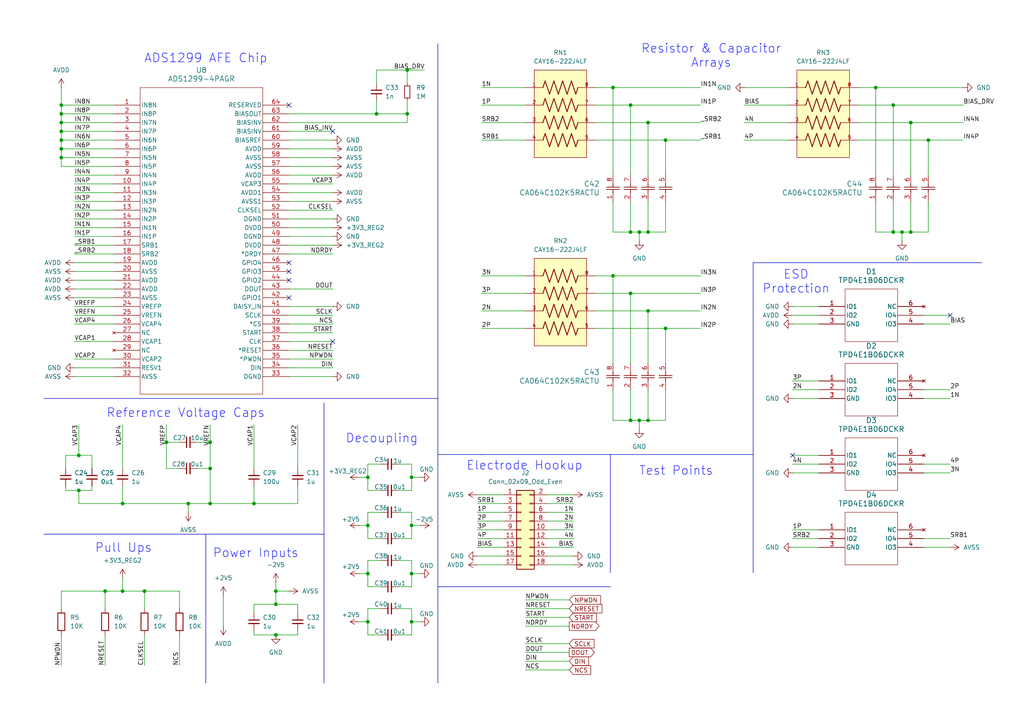
<source format=kicad_sch>
(kicad_sch (version 20250114) (generator "eeschema") (generator_version "9.0")
  (paper "A4")
  (text "Pull Ups" (at 35.814 159.004 0) (effects (font (size 2.54 2.54))))
  (text "Decoupling" (at 110.744 127.254 0) (effects (font (size 2.54 2.54))))
  (text "Reference Voltage Caps" (at 53.848 119.888 0) (effects (font (size 2.54 2.54))))
  (text "Electrode Hookup" (at 152.146 135.128 0) (effects (font (size 2.54 2.54))))
  (text "Resistor & Capacitor\nArrays" (at 206.248 16.256 0) (effects (font (size 2.54 2.54))))
  (text "Test Points" (at 196.088 136.652 0) (effects (font (size 2.54 2.54))))
  (text "ESD\nProtection" (at 230.886 81.788 0) (effects (font (size 2.54 2.54))))
  (text "ADS1299 AFE Chip" (at 59.69 17.018 0) (effects (font (size 2.54 2.54))))
  (text "Power Inputs" (at 74.168 160.528 0) (effects (font (size 2.54 2.54))))
  (junction (at 80.01 184.15))
  (junction (at 106.68 166.37))
  (junction (at 54.61 146.05))
  (junction (at 48.26 128.27))
  (junction (at 17.78 33.02))
  (junction (at 41.91 171.45))
  (junction (at 17.78 45.72))
  (junction (at 264.16 67.31))
  (junction (at 177.8 25.4))
  (junction (at 73.66 146.05))
  (junction (at 118.11 20.32))
  (junction (at 185.42 67.31))
  (junction (at 22.86 142.24))
  (junction (at 182.88 121.92))
  (junction (at 60.96 146.05))
  (junction (at 60.96 128.27))
  (junction (at 119.38 152.4))
  (junction (at 17.78 40.64))
  (junction (at 182.88 85.09))
  (junction (at 187.96 35.56))
  (junction (at 187.96 67.31))
  (junction (at 35.56 146.05))
  (junction (at 185.42 121.92))
  (junction (at 17.78 38.1))
  (junction (at 80.01 171.45))
  (junction (at 182.88 30.48))
  (junction (at 22.86 132.08))
  (junction (at 17.78 35.56))
  (junction (at 17.78 43.18))
  (junction (at 17.78 30.48))
  (junction (at 109.22 33.02))
  (junction (at 119.38 166.37))
  (junction (at 106.68 152.4))
  (junction (at 187.96 121.92))
  (junction (at 254 25.4))
  (junction (at 119.38 180.34))
  (junction (at 259.08 67.31))
  (junction (at 106.68 180.34))
  (junction (at 193.04 95.25))
  (junction (at 264.16 35.56))
  (junction (at 177.8 80.01))
  (junction (at 182.88 67.31))
  (junction (at 259.08 30.48))
  (junction (at 118.11 33.02))
  (junction (at 119.38 138.43))
  (junction (at 193.04 40.64))
  (junction (at 60.96 135.89))
  (junction (at 261.62 67.31))
  (junction (at 187.96 90.17))
  (junction (at 106.68 138.43))
  (junction (at 80.01 175.26))
  (junction (at 30.48 171.45))
  (junction (at 269.24 40.64))
  (junction (at 35.56 171.45))
  (no_connect (at 83.82 81.28))
  (no_connect (at 229.87 132.08))
  (no_connect (at 83.82 86.36))
  (no_connect (at 83.82 78.74))
  (no_connect (at 275.59 91.44))
  (no_connect (at 83.82 76.2))
  (no_connect (at 83.82 30.48))
  (no_connect (at 96.52 99.06))
  (no_connect (at 96.52 38.1))
  (wire (pts (xy 52.07 176.53) (xy 52.07 171.45)))
  (wire (pts (xy 267.97 115.57) (xy 275.59 115.57)))
  (wire (pts (xy 267.97 156.21) (xy 275.59 156.21)))
  (wire (pts (xy 86.36 184.15) (xy 86.36 182.88)))
  (wire (pts (xy 26.67 142.24) (xy 26.67 140.97)))
  (wire (pts (xy 267.97 91.44) (xy 275.59 91.44)))
  (wire (pts (xy 106.68 134.62) (xy 110.49 134.62)))
  (wire (pts (xy 21.59 66.04) (xy 33.02 66.04)))
  (wire (pts (xy 158.75 163.83) (xy 166.37 163.83)))
  (wire (pts (xy 83.82 104.14) (xy 96.52 104.14)))
  (wire (pts (xy 104.14 166.37) (xy 106.68 166.37)))
  (wire (pts (xy 83.82 101.6) (xy 96.52 101.6)))
  (wire (pts (xy 17.78 40.64) (xy 33.02 40.64)))
  (wire (pts (xy 17.78 30.48) (xy 33.02 30.48)))
  (wire (pts (xy 30.48 184.15) (xy 30.48 193.04)))
  (wire (pts (xy 158.75 143.51) (xy 166.37 143.51)))
  (wire (pts (xy 80.01 168.91) (xy 80.01 171.45)))
  (wire (pts (xy 48.26 123.19) (xy 48.26 128.27)))
  (wire (pts (xy 187.96 121.92) (xy 185.42 121.92)))
  (polyline (pts (xy 93.98 116.84) (xy 93.98 154.94)))
  (wire (pts (xy 229.87 153.67) (xy 237.49 153.67)))
  (wire (pts (xy 48.26 128.27) (xy 52.07 128.27)))
  (wire (pts (xy 21.59 58.42) (xy 33.02 58.42)))
  (wire (pts (xy 21.59 50.8) (xy 33.02 50.8)))
  (polyline (pts (xy 177.038 131.826) (xy 177.038 166.116)))
  (wire (pts (xy 83.82 60.96) (xy 96.52 60.96)))
  (polyline (pts (xy 127 12.7) (xy 127 115.57)))
  (wire (pts (xy 139.7 35.56) (xy 152.4 35.56)))
  (wire (pts (xy 158.75 153.67) (xy 166.37 153.67)))
  (wire (pts (xy 138.43 163.83) (xy 146.05 163.83)))
  (wire (pts (xy 118.11 20.32) (xy 118.11 24.13)))
  (wire (pts (xy 187.96 67.31) (xy 185.42 67.31)))
  (wire (pts (xy 83.82 99.06) (xy 96.52 99.06)))
  (wire (pts (xy 119.38 166.37) (xy 119.38 170.18)))
  (wire (pts (xy 267.97 158.75) (xy 275.59 158.75)))
  (wire (pts (xy 269.24 40.64) (xy 269.24 50.8)))
  (wire (pts (xy 83.82 88.9) (xy 96.52 88.9)))
  (wire (pts (xy 35.56 140.97) (xy 35.56 146.05)))
  (wire (pts (xy 119.38 138.43) (xy 119.38 142.24)))
  (wire (pts (xy 254 25.4) (xy 279.4 25.4)))
  (wire (pts (xy 187.96 35.56) (xy 203.2 35.56)))
  (wire (pts (xy 22.86 142.24) (xy 22.86 146.05)))
  (wire (pts (xy 229.87 93.98) (xy 237.49 93.98)))
  (wire (pts (xy 83.82 55.88) (xy 96.52 55.88)))
  (wire (pts (xy 248.92 40.64) (xy 269.24 40.64)))
  (wire (pts (xy 172.72 40.64) (xy 193.04 40.64)))
  (wire (pts (xy 17.78 38.1) (xy 17.78 40.64)))
  (wire (pts (xy 193.04 67.31) (xy 187.96 67.31)))
  (wire (pts (xy 106.68 152.4) (xy 106.68 148.59)))
  (wire (pts (xy 229.87 115.57) (xy 237.49 115.57)))
  (wire (pts (xy 185.42 121.92) (xy 182.88 121.92)))
  (wire (pts (xy 22.86 142.24) (xy 26.67 142.24)))
  (polyline (pts (xy 218.44 166.116) (xy 218.44 76.2)))
  (wire (pts (xy 182.88 121.92) (xy 177.8 121.92)))
  (wire (pts (xy 73.66 175.26) (xy 73.66 177.8)))
  (wire (pts (xy 21.59 71.12) (xy 33.02 71.12)))
  (wire (pts (xy 172.72 35.56) (xy 187.96 35.56)))
  (wire (pts (xy 110.49 156.21) (xy 106.68 156.21)))
  (wire (pts (xy 35.56 146.05) (xy 54.61 146.05)))
  (wire (pts (xy 139.7 85.09) (xy 152.4 85.09)))
  (wire (pts (xy 83.82 53.34) (xy 96.52 53.34)))
  (wire (pts (xy 248.92 30.48) (xy 259.08 30.48)))
  (wire (pts (xy 83.82 66.04) (xy 96.52 66.04)))
  (wire (pts (xy 80.01 184.15) (xy 86.36 184.15)))
  (wire (pts (xy 83.82 43.18) (xy 96.52 43.18)))
  (wire (pts (xy 264.16 67.31) (xy 261.62 67.31)))
  (wire (pts (xy 83.82 83.82) (xy 96.52 83.82)))
  (wire (pts (xy 109.22 20.32) (xy 118.11 20.32)))
  (wire (pts (xy 185.42 67.31) (xy 182.88 67.31)))
  (wire (pts (xy 267.97 93.98) (xy 275.59 93.98)))
  (wire (pts (xy 177.8 67.31) (xy 177.8 58.42)))
  (wire (pts (xy 60.96 146.05) (xy 73.66 146.05)))
  (wire (pts (xy 264.16 35.56) (xy 264.16 50.8)))
  (wire (pts (xy 138.43 161.29) (xy 146.05 161.29)))
  (wire (pts (xy 83.82 91.44) (xy 96.52 91.44)))
  (wire (pts (xy 152.4 173.99) (xy 165.1 173.99)))
  (wire (pts (xy 83.82 58.42) (xy 96.52 58.42)))
  (wire (pts (xy 41.91 184.15) (xy 41.91 193.04)))
  (wire (pts (xy 138.43 153.67) (xy 146.05 153.67)))
  (wire (pts (xy 215.9 40.64) (xy 228.6 40.64)))
  (wire (pts (xy 21.59 91.44) (xy 33.02 91.44)))
  (wire (pts (xy 138.43 151.13) (xy 146.05 151.13)))
  (wire (pts (xy 73.66 123.19) (xy 73.66 135.89)))
  (wire (pts (xy 17.78 43.18) (xy 33.02 43.18)))
  (wire (pts (xy 83.82 50.8) (xy 96.52 50.8)))
  (polyline (pts (xy 12.7 115.57) (xy 127 115.57)))
  (wire (pts (xy 86.36 123.19) (xy 86.36 135.89)))
  (wire (pts (xy 138.43 158.75) (xy 146.05 158.75)))
  (wire (pts (xy 158.75 158.75) (xy 166.37 158.75)))
  (polyline (pts (xy 127 170.18) (xy 177.038 170.18)))
  (wire (pts (xy 152.4 191.77) (xy 165.1 191.77)))
  (wire (pts (xy 177.8 80.01) (xy 203.2 80.01)))
  (wire (pts (xy 182.88 113.03) (xy 182.88 121.92)))
  (wire (pts (xy 119.38 166.37) (xy 121.92 166.37)))
  (wire (pts (xy 182.88 85.09) (xy 182.88 105.41)))
  (wire (pts (xy 158.75 151.13) (xy 166.37 151.13)))
  (wire (pts (xy 215.9 25.4) (xy 228.6 25.4)))
  (polyline (pts (xy 93.98 154.94) (xy 12.7 154.94)))
  (wire (pts (xy 185.42 121.92) (xy 185.42 124.46)))
  (wire (pts (xy 269.24 40.64) (xy 279.4 40.64)))
  (wire (pts (xy 17.78 176.53) (xy 17.78 171.45)))
  (wire (pts (xy 187.96 113.03) (xy 187.96 121.92)))
  (wire (pts (xy 104.14 180.34) (xy 106.68 180.34)))
  (wire (pts (xy 21.59 73.66) (xy 33.02 73.66)))
  (wire (pts (xy 86.36 175.26) (xy 86.36 177.8)))
  (wire (pts (xy 193.04 95.25) (xy 203.2 95.25)))
  (wire (pts (xy 269.24 58.42) (xy 269.24 67.31)))
  (wire (pts (xy 19.05 142.24) (xy 22.86 142.24)))
  (wire (pts (xy 138.43 156.21) (xy 146.05 156.21)))
  (wire (pts (xy 229.87 110.49) (xy 237.49 110.49)))
  (wire (pts (xy 17.78 48.26) (xy 33.02 48.26)))
  (wire (pts (xy 119.38 180.34) (xy 119.38 184.15)))
  (wire (pts (xy 35.56 171.45) (xy 35.56 167.64)))
  (wire (pts (xy 115.57 170.18) (xy 119.38 170.18)))
  (wire (pts (xy 115.57 134.62) (xy 119.38 134.62)))
  (wire (pts (xy 119.38 152.4) (xy 121.92 152.4)))
  (polyline (pts (xy 218.44 131.826) (xy 139.7 131.826)))
  (wire (pts (xy 86.36 146.05) (xy 73.66 146.05)))
  (wire (pts (xy 115.57 176.53) (xy 119.38 176.53)))
  (wire (pts (xy 17.78 30.48) (xy 17.78 33.02)))
  (wire (pts (xy 22.86 123.19) (xy 22.86 132.08)))
  (wire (pts (xy 139.7 80.01) (xy 152.4 80.01)))
  (wire (pts (xy 106.68 148.59) (xy 110.49 148.59)))
  (wire (pts (xy 115.57 142.24) (xy 119.38 142.24)))
  (wire (pts (xy 106.68 176.53) (xy 110.49 176.53)))
  (wire (pts (xy 152.4 189.23) (xy 165.1 189.23)))
  (wire (pts (xy 229.87 137.16) (xy 237.49 137.16)))
  (wire (pts (xy 193.04 121.92) (xy 187.96 121.92)))
  (wire (pts (xy 109.22 29.21) (xy 109.22 33.02)))
  (wire (pts (xy 259.08 58.42) (xy 259.08 67.31)))
  (wire (pts (xy 152.4 181.61) (xy 165.1 181.61)))
  (wire (pts (xy 106.68 180.34) (xy 106.68 176.53)))
  (wire (pts (xy 267.97 137.16) (xy 275.59 137.16)))
  (wire (pts (xy 269.24 67.31) (xy 264.16 67.31)))
  (wire (pts (xy 22.86 146.05) (xy 35.56 146.05)))
  (wire (pts (xy 64.77 172.72) (xy 64.77 181.61)))
  (wire (pts (xy 119.38 138.43) (xy 121.92 138.43)))
  (polyline (pts (xy 127 115.57) (xy 127 198.12)))
  (wire (pts (xy 83.82 73.66) (xy 96.52 73.66)))
  (wire (pts (xy 17.78 33.02) (xy 17.78 35.56)))
  (wire (pts (xy 152.4 176.53) (xy 165.1 176.53)))
  (wire (pts (xy 110.49 184.15) (xy 106.68 184.15)))
  (wire (pts (xy 229.87 113.03) (xy 237.49 113.03)))
  (wire (pts (xy 229.87 132.08) (xy 237.49 132.08)))
  (wire (pts (xy 229.87 88.9) (xy 237.49 88.9)))
  (wire (pts (xy 60.96 135.89) (xy 60.96 128.27)))
  (polyline (pts (xy 218.44 76.2) (xy 284.734 76.2)))
  (polyline (pts (xy 93.98 198.12) (xy 93.98 154.94)))
  (polyline (pts (xy 59.69 154.94) (xy 59.69 198.12)))
  (wire (pts (xy 152.4 186.69) (xy 165.1 186.69)))
  (wire (pts (xy 48.26 128.27) (xy 48.26 135.89)))
  (wire (pts (xy 83.82 106.68) (xy 96.52 106.68)))
  (wire (pts (xy 193.04 95.25) (xy 193.04 105.41)))
  (wire (pts (xy 106.68 142.24) (xy 106.68 138.43)))
  (wire (pts (xy 182.88 30.48) (xy 182.88 50.8)))
  (wire (pts (xy 17.78 43.18) (xy 17.78 45.72)))
  (wire (pts (xy 118.11 35.56) (xy 118.11 33.02)))
  (wire (pts (xy 21.59 78.74) (xy 33.02 78.74)))
  (wire (pts (xy 193.04 40.64) (xy 193.04 50.8)))
  (wire (pts (xy 83.82 68.58) (xy 96.52 68.58)))
  (wire (pts (xy 21.59 76.2) (xy 33.02 76.2)))
  (wire (pts (xy 229.87 156.21) (xy 237.49 156.21)))
  (wire (pts (xy 83.82 48.26) (xy 96.52 48.26)))
  (wire (pts (xy 110.49 170.18) (xy 106.68 170.18)))
  (wire (pts (xy 264.16 58.42) (xy 264.16 67.31)))
  (wire (pts (xy 17.78 35.56) (xy 33.02 35.56)))
  (wire (pts (xy 21.59 86.36) (xy 33.02 86.36)))
  (wire (pts (xy 17.78 45.72) (xy 33.02 45.72)))
  (wire (pts (xy 73.66 146.05) (xy 73.66 140.97)))
  (wire (pts (xy 21.59 81.28) (xy 33.02 81.28)))
  (wire (pts (xy 182.88 30.48) (xy 203.2 30.48)))
  (wire (pts (xy 21.59 99.06) (xy 33.02 99.06)))
  (wire (pts (xy 106.68 138.43) (xy 106.68 134.62)))
  (wire (pts (xy 264.16 35.56) (xy 279.4 35.56)))
  (wire (pts (xy 21.59 104.14) (xy 33.02 104.14)))
  (wire (pts (xy 152.4 194.31) (xy 165.1 194.31)))
  (wire (pts (xy 172.72 85.09) (xy 182.88 85.09)))
  (wire (pts (xy 83.82 33.02) (xy 109.22 33.02)))
  (wire (pts (xy 106.68 162.56) (xy 110.49 162.56)))
  (wire (pts (xy 139.7 30.48) (xy 152.4 30.48)))
  (wire (pts (xy 259.08 30.48) (xy 279.4 30.48)))
  (wire (pts (xy 115.57 156.21) (xy 119.38 156.21)))
  (wire (pts (xy 158.75 156.21) (xy 166.37 156.21)))
  (wire (pts (xy 254 25.4) (xy 254 50.8)))
  (wire (pts (xy 261.62 67.31) (xy 261.62 69.85)))
  (wire (pts (xy 21.59 88.9) (xy 33.02 88.9)))
  (wire (pts (xy 21.59 63.5) (xy 33.02 63.5)))
  (wire (pts (xy 248.92 25.4) (xy 254 25.4)))
  (wire (pts (xy 229.87 91.44) (xy 237.49 91.44)))
  (wire (pts (xy 35.56 171.45) (xy 41.91 171.45)))
  (wire (pts (xy 17.78 184.15) (xy 17.78 193.04)))
  (wire (pts (xy 21.59 106.68) (xy 33.02 106.68)))
  (wire (pts (xy 259.08 67.31) (xy 254 67.31)))
  (wire (pts (xy 73.66 175.26) (xy 80.01 175.26)))
  (wire (pts (xy 138.43 143.51) (xy 146.05 143.51)))
  (wire (pts (xy 21.59 68.58) (xy 33.02 68.58)))
  (wire (pts (xy 80.01 171.45) (xy 80.01 175.26)))
  (wire (pts (xy 119.38 180.34) (xy 121.92 180.34)))
  (wire (pts (xy 193.04 40.64) (xy 203.2 40.64)))
  (wire (pts (xy 158.75 161.29) (xy 166.37 161.29)))
  (wire (pts (xy 248.92 35.56) (xy 264.16 35.56)))
  (wire (pts (xy 185.42 67.31) (xy 185.42 69.85)))
  (wire (pts (xy 109.22 24.13) (xy 109.22 20.32)))
  (wire (pts (xy 41.91 171.45) (xy 52.07 171.45)))
  (wire (pts (xy 86.36 175.26) (xy 80.01 175.26)))
  (wire (pts (xy 54.61 146.05) (xy 60.96 146.05)))
  (wire (pts (xy 106.68 166.37) (xy 106.68 162.56)))
  (wire (pts (xy 17.78 38.1) (xy 33.02 38.1)))
  (wire (pts (xy 60.96 135.89) (xy 60.96 146.05)))
  (wire (pts (xy 177.8 80.01) (xy 177.8 105.41)))
  (wire (pts (xy 21.59 55.88) (xy 33.02 55.88)))
  (wire (pts (xy 73.66 182.88) (xy 73.66 184.15)))
  (polyline (pts (xy 127 131.826) (xy 139.7 131.826)))
  (wire (pts (xy 229.87 158.75) (xy 237.49 158.75)))
  (wire (pts (xy 187.96 58.42) (xy 187.96 67.31)))
  (wire (pts (xy 172.72 90.17) (xy 187.96 90.17)))
  (wire (pts (xy 187.96 90.17) (xy 187.96 105.41)))
  (wire (pts (xy 17.78 33.02) (xy 33.02 33.02)))
  (wire (pts (xy 172.72 95.25) (xy 193.04 95.25)))
  (wire (pts (xy 83.82 96.52) (xy 96.52 96.52)))
  (wire (pts (xy 83.82 93.98) (xy 96.52 93.98)))
  (wire (pts (xy 17.78 35.56) (xy 17.78 38.1)))
  (wire (pts (xy 267.97 113.03) (xy 275.59 113.03)))
  (wire (pts (xy 106.68 184.15) (xy 106.68 180.34)))
  (wire (pts (xy 119.38 176.53) (xy 119.38 180.34)))
  (wire (pts (xy 115.57 162.56) (xy 119.38 162.56)))
  (wire (pts (xy 177.8 25.4) (xy 203.2 25.4)))
  (wire (pts (xy 139.7 25.4) (xy 152.4 25.4)))
  (wire (pts (xy 187.96 35.56) (xy 187.96 50.8)))
  (wire (pts (xy 172.72 80.01) (xy 177.8 80.01)))
  (wire (pts (xy 193.04 58.42) (xy 193.04 67.31)))
  (wire (pts (xy 139.7 95.25) (xy 152.4 95.25)))
  (wire (pts (xy 19.05 140.97) (xy 19.05 142.24)))
  (wire (pts (xy 21.59 53.34) (xy 33.02 53.34)))
  (wire (pts (xy 19.05 132.08) (xy 19.05 135.89)))
  (wire (pts (xy 193.04 113.03) (xy 193.04 121.92)))
  (wire (pts (xy 106.68 156.21) (xy 106.68 152.4)))
  (wire (pts (xy 119.38 134.62) (xy 119.38 138.43)))
  (wire (pts (xy 182.88 58.42) (xy 182.88 67.31)))
  (wire (pts (xy 83.82 109.22) (xy 96.52 109.22)))
  (wire (pts (xy 119.38 148.59) (xy 119.38 152.4)))
  (wire (pts (xy 83.82 45.72) (xy 96.52 45.72)))
  (wire (pts (xy 138.43 148.59) (xy 146.05 148.59)))
  (wire (pts (xy 172.72 30.48) (xy 182.88 30.48)))
  (wire (pts (xy 110.49 142.24) (xy 106.68 142.24)))
  (wire (pts (xy 215.9 35.56) (xy 228.6 35.56)))
  (wire (pts (xy 83.82 71.12) (xy 96.52 71.12)))
  (wire (pts (xy 215.9 30.48) (xy 228.6 30.48)))
  (wire (pts (xy 21.59 109.22) (xy 33.02 109.22)))
  (wire (pts (xy 106.68 170.18) (xy 106.68 166.37)))
  (wire (pts (xy 177.8 25.4) (xy 177.8 50.8)))
  (wire (pts (xy 48.26 135.89) (xy 52.07 135.89)))
  (wire (pts (xy 259.08 30.48) (xy 259.08 50.8)))
  (wire (pts (xy 172.72 25.4) (xy 177.8 25.4)))
  (wire (pts (xy 118.11 20.32) (xy 123.19 20.32)))
  (wire (pts (xy 115.57 148.59) (xy 119.38 148.59)))
  (polyline (pts (xy 139.7 131.826) (xy 139.7 131.826)))
  (wire (pts (xy 26.67 135.89) (xy 26.67 132.08)))
  (wire (pts (xy 158.75 148.59) (xy 166.37 148.59)))
  (wire (pts (xy 54.61 146.05) (xy 54.61 148.59)))
  (wire (pts (xy 177.8 121.92) (xy 177.8 113.03)))
  (wire (pts (xy 152.4 179.07) (xy 165.1 179.07)))
  (wire (pts (xy 86.36 140.97) (xy 86.36 146.05)))
  (wire (pts (xy 80.01 171.45) (xy 83.82 171.45)))
  (wire (pts (xy 17.78 171.45) (xy 30.48 171.45)))
  (wire (pts (xy 73.66 184.15) (xy 80.01 184.15)))
  (wire (pts (xy 83.82 40.64) (xy 96.52 40.64)))
  (wire (pts (xy 60.96 128.27) (xy 60.96 123.19)))
  (polyline (pts (xy 93.98 154.94) (xy 93.98 154.94)))
  (wire (pts (xy 118.11 33.02) (xy 118.11 29.21)))
  (wire (pts (xy 57.15 135.89) (xy 60.96 135.89)))
  (wire (pts (xy 138.43 146.05) (xy 146.05 146.05)))
  (wire (pts (xy 182.88 67.31) (xy 177.8 67.31)))
  (wire (pts (xy 35.56 171.45) (xy 30.48 171.45)))
  (wire (pts (xy 21.59 60.96) (xy 33.02 60.96)))
  (wire (pts (xy 158.75 146.05) (xy 166.37 146.05)))
  (wire (pts (xy 17.78 25.4) (xy 17.78 30.48)))
  (wire (pts (xy 109.22 33.02) (xy 118.11 33.02)))
  (wire (pts (xy 83.82 38.1) (xy 96.52 38.1)))
  (wire (pts (xy 139.7 40.64) (xy 152.4 40.64)))
  (wire (pts (xy 26.67 132.08) (xy 22.86 132.08)))
  (wire (pts (xy 182.88 85.09) (xy 203.2 85.09)))
  (wire (pts (xy 83.82 35.56) (xy 118.11 35.56)))
  (wire (pts (xy 57.15 128.27) (xy 60.96 128.27)))
  (wire (pts (xy 21.59 93.98) (xy 33.02 93.98)))
  (wire (pts (xy 41.91 176.53) (xy 41.91 171.45)))
  (wire (pts (xy 119.38 162.56) (xy 119.38 166.37)))
  (wire (pts (xy 261.62 67.31) (xy 259.08 67.31)))
  (wire (pts (xy 17.78 45.72) (xy 17.78 48.26)))
  (wire (pts (xy 229.87 134.62) (xy 237.49 134.62)))
  (wire (pts (xy 115.57 184.15) (xy 119.38 184.15)))
  (wire (pts (xy 267.97 134.62) (xy 275.59 134.62)))
  (wire (pts (xy 104.14 138.43) (xy 106.68 138.43)))
  (wire (pts (xy 35.56 123.19) (xy 35.56 135.89)))
  (wire (pts (xy 139.7 90.17) (xy 152.4 90.17)))
  (wire (pts (xy 254 67.31) (xy 254 58.42)))
  (wire (pts (xy 104.14 152.4) (xy 106.68 152.4)))
  (wire (pts (xy 21.59 83.82) (xy 33.02 83.82)))
  (wire (pts (xy 119.38 152.4) (xy 119.38 156.21)))
  (wire (pts (xy 22.86 132.08) (xy 19.05 132.08)))
  (wire (pts (xy 17.78 40.64) (xy 17.78 43.18)))
  (wire (pts (xy 30.48 171.45) (xy 30.48 176.53)))
  (wire (pts (xy 83.82 63.5) (xy 96.52 63.5)))
  (polyline (pts (xy 127 115.57) (xy 127 115.57)))
  (wire (pts (xy 52.07 184.15) (xy 52.07 193.04)))
  (wire (pts (xy 187.96 90.17) (xy 203.2 90.17)))
  (label "SCLK" (at 96.52 91.44 180))
  (label "4P" (at 138.43 156.21 0))
  (label "2N" (at 229.87 113.03 0))
  (label "IN1N" (at 21.59 66.04 0))
  (label "VCAP3" (at 22.86 123.19 270))
  (label "IN3N" (at 21.59 55.88 0))
  (label "NPWDN" (at 152.4 173.99 0))
  (label "IN4P" (at 21.59 53.34 0))
  (label "VREFP" (at 21.59 88.9 0))
  (label "NRESET" (at 30.48 193.04 90))
  (label "1P" (at 229.87 153.67 0))
  (label "BIAS_DRV" (at 279.4 30.48 0))
  (label "IN5P" (at 21.59 48.26 0))
  (label "_SRB1" (at 21.59 71.12 0))
  (label "IN6N" (at 21.59 40.64 0))
  (label "1P" (at 138.43 148.59 0))
  (label "IN8N" (at 21.59 30.48 0))
  (label "IN3P" (at 21.59 58.42 0))
  (label "VCAP4" (at 35.56 123.19 270))
  (label "NPWDN" (at 17.78 193.04 90))
  (label "SRB1" (at 275.59 156.21 0))
  (label "IN8P" (at 21.59 33.02 0))
  (label "CLKSEL" (at 96.52 60.96 180))
  (label "4N" (at 166.37 156.21 180))
  (label "1N" (at 166.37 148.59 180))
  (label "3N" (at 275.59 137.16 0))
  (label "VCAP2" (at 21.59 104.14 0))
  (label "3P" (at 139.7 85.09 0))
  (label "NRESET" (at 152.4 176.53 0))
  (label "3N" (at 139.7 80.01 0))
  (label "SRB2" (at 166.37 146.05 180))
  (label "2N" (at 139.7 90.17 0))
  (label "4N" (at 215.9 35.56 0))
  (label "SRB1" (at 138.43 146.05 0))
  (label "_SRB1" (at 203.2 40.64 0))
  (label "1N" (at 275.59 115.57 0))
  (label "DIN" (at 152.4 191.77 0))
  (label "IN2P" (at 21.59 63.5 0))
  (label "IN2P" (at 203.2 95.25 0))
  (label "VREFP" (at 48.26 123.19 270))
  (label "SRB2" (at 229.87 156.21 0))
  (label "IN4P" (at 279.4 40.64 0))
  (label "2N" (at 166.37 151.13 180))
  (label "3P" (at 138.43 153.67 0))
  (label "2P" (at 138.43 151.13 0))
  (label "2P" (at 139.7 95.25 0))
  (label "IN3N" (at 203.2 80.01 0))
  (label "CLKSEL" (at 41.91 193.04 90))
  (label "IN1P" (at 21.59 68.58 0))
  (label "IN3P" (at 203.2 85.09 0))
  (label "BIAS" (at 215.9 30.48 0))
  (label "IN1P" (at 203.2 30.48 0))
  (label "_SRB2" (at 21.59 73.66 0))
  (label "IN4N" (at 21.59 50.8 0))
  (label "BIAS" (at 166.37 158.75 180))
  (label "SRB1" (at 139.7 40.64 0))
  (label "BIAS_DRV" (at 123.19 20.32 180))
  (label "3P" (at 229.87 110.49 0))
  (label "NCS" (at 96.52 93.98 180))
  (label "START" (at 152.4 179.07 0))
  (label "IN7N" (at 21.59 35.56 0))
  (label "3N" (at 166.37 153.67 180))
  (label "4P" (at 275.59 134.62 0))
  (label "BIAS" (at 275.59 93.98 0))
  (label "IN6P" (at 21.59 43.18 0))
  (label "VCAP4" (at 21.59 93.98 0))
  (label "SRB2" (at 139.7 35.56 0))
  (label "1N" (at 139.7 25.4 0))
  (label "1P" (at 139.7 30.48 0))
  (label "VCAP1" (at 21.59 99.06 0))
  (label "VCAP2" (at 86.36 123.19 270))
  (label "NCS" (at 52.07 193.04 90))
  (label "DOUT" (at 96.52 83.82 180))
  (label "IN4N" (at 279.4 35.56 0))
  (label "VCAP1" (at 73.66 123.19 270))
  (label "SCLK" (at 152.4 186.69 0))
  (label "NDRDY" (at 152.4 181.61 0))
  (label "_SRB2" (at 203.2 35.56 0))
  (label "4N" (at 229.87 134.62 0))
  (label "NCS" (at 152.4 194.31 0))
  (label "IN1N" (at 203.2 25.4 0))
  (label "NDRDY" (at 96.52 73.66 180))
  (label "IN2N" (at 21.59 60.96 0))
  (label "2P" (at 275.59 113.03 0))
  (label "4P" (at 215.9 40.64 0))
  (label "VREFN" (at 21.59 91.44 0))
  (label "DIN" (at 96.52 106.68 180))
  (label "BIAS_INV" (at 96.52 38.1 180))
  (label "START" (at 96.52 96.52 180))
  (label "NRESET" (at 96.52 101.6 180))
  (label "IN7P" (at 21.59 38.1 0))
  (label "VCAP3" (at 96.52 53.34 180))
  (label "IN2N" (at 203.2 90.17 0))
  (label "DOUT" (at 152.4 189.23 0))
  (label "BIAS" (at 138.43 158.75 0))
  (label "NPWDN" (at 96.52 104.14 180))
  (label "VREFN" (at 60.96 123.19 270))
  (label "IN5N" (at 21.59 45.72 0))
  (global_label "NCS" (shape input) (at 165.1 194.31 0) (property "Intersheetrefs" "${INTERSHEET_REFS}" (effects (hide yes))))
  (global_label "START" (shape input) (at 165.1 179.07 0) (property "Intersheetrefs" "${INTERSHEET_REFS}" (effects (hide yes))))
  (global_label "NDRDY" (shape output) (at 165.1 181.61 0) (property "Intersheetrefs" "${INTERSHEET_REFS}" (effects (hide yes))))
  (global_label "NPWDN" (shape input) (at 165.1 173.99 0) (property "Intersheetrefs" "${INTERSHEET_REFS}" (effects (hide yes))))
  (global_label "SCLK" (shape input) (at 165.1 186.69 0) (property "Intersheetrefs" "${INTERSHEET_REFS}" (effects (hide yes))))
  (global_label "DOUT" (shape output) (at 165.1 189.23 0) (property "Intersheetrefs" "${INTERSHEET_REFS}" (effects (hide yes))))
  (global_label "NRESET" (shape input) (at 165.1 176.53 0) (property "Intersheetrefs" "${INTERSHEET_REFS}" (effects (hide yes))))
  (global_label "DIN" (shape input) (at 165.1 191.77 0) (property "Intersheetrefs" "${INTERSHEET_REFS}" (effects (hide yes))))
  (symbol (lib_id "HANDS-EMG-BOARD:GND") (at 96.52 109.22 90) (unit 1)
    (property "Reference" "#PWR067" (effects (hide yes)))
    (property "Value" "GND" (at 100.33 109.2199 90) (effects (justify right)))
    (property "Description" "Power symbol creates a global label with name \"GND\" , ground" (effects (hide yes)))
  )
  (symbol (lib_id "HANDS-EMG-BOARD:AVDD") (at 96.52 55.88 270) (unit 1)
    (property "Reference" "#PWR060" (effects (hide yes)))
    (property "Value" "AVDD" (at 100.33 55.8799 90) (effects (justify left)))
    (property "Description" "Power symbol creates a global label with name \"AVDD\"" (effects (hide yes)))
  )
  (symbol (lib_id "HANDS-EMG-BOARD:C_Small") (at 113.03 134.62 90) (unit 1)
    (property "Reference" "C34" (at 110.49 133.35 90))
    (property "Value" "1u" (at 115.316 133.604 90))
    (property "Footprint" "Capacitor_SMD:C_0402_1005Metric" (effects (hide yes)))
    (property "Description" "Unpolarized capacitor, small symbol" (effects (hide yes)))
  )
  (symbol (lib_id "HANDS-EMG-BOARD:AVSS") (at 83.82 171.45 270) (unit 1)
    (property "Reference" "#PWR054" (effects (hide yes)))
    (property "Value" "AVSS" (at 87.63 171.4499 90) (effects (justify left)))
    (property "Description" "Power symbol creates a global label with name \"AVSS\"" (effects (hide yes)))
  )
  (symbol (lib_id "HANDS-EMG-BOARD:R_Small") (at 118.11 26.67 0) (unit 1)
    (property "Reference" "R9" (at 120.65 25.3999 0) (effects (justify left)))
    (property "Value" "1M" (at 120.65 27.9399 0) (effects (justify left)))
    (property "Footprint" "Resistor_SMD:R_0402_1005Metric" (effects (hide yes)))
    (property "Description" "Resistor, small symbol" (effects (hide yes)))
  )
  (symbol (lib_id "HANDS-EMG-BOARD:GND") (at 185.42 124.46 0) (unit 1)
    (property "Reference" "#PWR083" (effects (hide yes)))
    (property "Value" "GND" (at 185.42 129.54 0))
    (property "Description" "Power symbol creates a global label with name \"GND\" , ground" (effects (hide yes)))
  )
  (symbol (lib_id "HANDS-EMG-BOARD:C_Small") (at 26.67 138.43 0) (unit 1)
    (property "Reference" "C25" (at 29.21 137.1662 0) (effects (justify left)))
    (property "Value" "0u1" (at 29.21 139.7062 0) (effects (justify left)))
    (property "Footprint" "Capacitor_SMD:C_0402_1005Metric" (effects (hide yes)))
    (property "Description" "Unpolarized capacitor, small symbol" (effects (hide yes)))
  )
  (symbol (lib_id "HANDS-EMG-BOARD:GND") (at 96.52 68.58 90) (unit 1)
    (property "Reference" "#PWR064" (effects (hide yes)))
    (property "Value" "GND" (at 100.33 68.5799 90) (effects (justify right)))
    (property "Description" "Power symbol creates a global label with name \"GND\" , ground" (effects (hide yes)))
  )
  (symbol (lib_id "HANDS-EMG-BOARD:GND") (at 229.87 137.16 270) (unit 1)
    (property "Reference" "#PWR089" (effects (hide yes)))
    (property "Value" "GND" (at 226.06 137.1599 90) (effects (justify right)))
    (property "Description" "Power symbol creates a global label with name \"GND\" , ground" (effects (hide yes)))
  )
  (symbol (lib_id "HANDS-EMG-BOARD:GND") (at 185.42 69.85 0) (unit 1)
    (property "Reference" "#PWR082" (effects (hide yes)))
    (property "Value" "GND" (at 185.42 74.93 0))
    (property "Description" "Power symbol creates a global label with name \"GND\" , ground" (effects (hide yes)))
  )
  (symbol (lib_id "HANDS-EMG-BOARD:R") (at 41.91 180.34 0) (unit 1)
    (property "Reference" "R7" (at 44.45 179.0699 0) (effects (justify left)))
    (property "Value" "10K" (at 44.45 181.6099 0) (effects (justify left)))
    (property "Footprint" "Resistor_SMD:R_0402_1005Metric" (effects (hide yes)))
    (property "Description" "Resistor" (effects (hide yes)))
  )
  (symbol (lib_id "HANDS-EMG-BOARD:AVDD") (at 96.52 50.8 270) (unit 1)
    (property "Reference" "#PWR059" (effects (hide yes)))
    (property "Value" "AVDD" (at 100.33 50.7999 90) (effects (justify left)))
    (property "Description" "Power symbol creates a global label with name \"AVDD\"" (effects (hide yes)))
  )
  (symbol (lib_id "HANDS-EMG-BOARD:C_Small") (at 113.03 184.15 90) (unit 1)
    (property "Reference" "C41" (at 110.49 183.134 90))
    (property "Value" "0u1" (at 115.824 183.134 90))
    (property "Footprint" "Capacitor_SMD:C_0402_1005Metric" (effects (hide yes)))
    (property "Description" "Unpolarized capacitor, small symbol" (effects (hide yes)))
  )
  (symbol (lib_id "HANDS-EMG-BOARD:+2V5") (at 104.14 152.4 90) (unit 1)
    (property "Reference" "#PWR069" (effects (hide yes)))
    (property "Value" "+2V5" (at 104.394 150.622 90) (effects (justify left)))
    (property "Description" "Power symbol creates a global label with name \"+2V5\"" (effects (hide yes)))
  )
  (symbol (lib_id "HANDS-EMG-BOARD:+3V3_REG2") (at 96.52 71.12 270) (unit 1)
    (property "Reference" "#PWR065" (effects (hide yes)))
    (property "Value" "+3V3_REG2" (at 100.33 71.1199 90) (effects (justify left)))
    (property "Description" "Power symbol creates a global label with name \"+3V3_REG2\"" (effects (hide yes)))
  )
  (symbol (lib_id "HANDS-EMG-BOARD:GND") (at 96.52 40.64 90) (unit 1)
    (property "Reference" "#PWR055" (effects (hide yes)))
    (property "Value" "GND" (at 100.33 40.6399 90) (effects (justify right)))
    (property "Description" "Power symbol creates a global label with name \"GND\" , ground" (effects (hide yes)))
  )
  (symbol (lib_id "HANDS-EMG-BOARD:C_Small") (at 54.61 135.89 90) (unit 1)
    (property "Reference" "C28" (at 51.816 134.62 90))
    (property "Value" "0u1" (at 57.15 134.62 90))
    (property "Footprint" "Capacitor_SMD:C_0402_1005Metric" (effects (hide yes)))
    (property "Description" "Unpolarized capacitor, small symbol" (effects (hide yes)))
  )
  (symbol (lib_id "HANDS-EMG-BOARD:+2V5") (at 104.14 180.34 90) (unit 1)
    (property "Reference" "#PWR071" (effects (hide yes)))
    (property "Value" "+2V5" (at 104.394 178.308 90) (effects (justify left)))
    (property "Description" "Power symbol creates a global label with name \"+2V5\"" (effects (hide yes)))
  )
  (symbol (lib_id "HANDS-EMG-BOARD:+3V3_REG2") (at 35.56 167.64 0) (unit 1)
    (property "Reference" "#PWR048" (effects (hide yes)))
    (property "Value" "+3V3_REG2" (at 35.56 162.56 0))
    (property "Description" "Power symbol creates a global label with name \"+3V3_REG2\"" (effects (hide yes)))
  )
  (symbol (lib_id "HANDS-EMG-BOARD:R") (at 52.07 180.34 0) (unit 1)
    (property "Reference" "R8" (at 54.61 179.0699 0) (effects (justify left)))
    (property "Value" "10K" (at 54.61 181.6099 0) (effects (justify left)))
    (property "Footprint" "Resistor_SMD:R_0402_1005Metric" (effects (hide yes)))
    (property "Description" "Resistor" (effects (hide yes)))
  )
  (symbol (lib_id "HANDS-EMG-BOARD:-2V5") (at 80.01 168.91 0) (unit 1)
    (property "Reference" "#PWR052" (effects (hide yes)))
    (property "Value" "-2V5" (at 80.01 163.83 0))
    (property "Description" "Power symbol creates a global label with name \"-2V5\"" (effects (hide yes)))
  )
  (symbol (lib_id "HANDS-EMG-BOARD:C_Small") (at 113.03 148.59 90) (unit 1)
    (property "Reference" "C36" (at 110.49 147.32 90))
    (property "Value" "1u" (at 115.316 147.574 90))
    (property "Footprint" "Capacitor_SMD:C_0402_1005Metric" (effects (hide yes)))
    (property "Description" "Unpolarized capacitor, small symbol" (effects (hide yes)))
  )
  (symbol (lib_id "HANDS-EMG-BOARD:C_Small") (at 86.36 180.34 0) (unit 1)
    (property "Reference" "C32" (at 88.9 179.0762 0) (effects (justify left)))
    (property "Value" "1u" (at 88.9 181.6162 0) (effects (justify left)))
    (property "Footprint" "Capacitor_SMD:C_0402_1005Metric" (effects (hide yes)))
    (property "Description" "Unpolarized capacitor, small symbol" (effects (hide yes)))
  )
  (symbol (lib_id "HANDS-EMG-BOARD:AVDD") (at 138.43 163.83 90) (unit 1)
    (property "Reference" "#PWR078" (effects (hide yes)))
    (property "Value" "AVDD" (at 134.62 163.8299 90) (effects (justify left)))
    (property "Description" "Power symbol creates a global label with name \"AVDD\"" (effects (hide yes)))
  )
  (symbol (lib_id "HANDS-EMG-BOARD:GND") (at 229.87 88.9 270) (unit 1)
    (property "Reference" "#PWR085" (effects (hide yes)))
    (property "Value" "GND" (at 226.06 88.8999 90) (effects (justify right)))
    (property "Description" "Power symbol creates a global label with name \"GND\" , ground" (effects (hide yes)))
  )
  (symbol (lib_id "HANDS-EMG-BOARD:GND") (at 261.62 69.85 0) (unit 1)
    (property "Reference" "#PWR091" (effects (hide yes)))
    (property "Value" "GND" (at 261.62 74.93 0))
    (property "Description" "Power symbol creates a global label with name \"GND\" , ground" (effects (hide yes)))
  )
  (symbol (lib_id "HANDS-EMG-BOARD:AVSS") (at 21.59 78.74 90) (unit 1)
    (property "Reference" "#PWR042" (effects (hide yes)))
    (property "Value" "AVSS" (at 17.78 78.7399 90) (effects (justify left)))
    (property "Description" "Power symbol creates a global label with name \"AVSS\"" (effects (hide yes)))
  )
  (symbol (lib_id "HANDS-EMG-BOARD:GND") (at 96.52 63.5 90) (unit 1)
    (property "Reference" "#PWR062" (effects (hide yes)))
    (property "Value" "GND" (at 100.33 63.4999 90) (effects (justify right)))
    (property "Description" "Power symbol creates a global label with name \"GND\" , ground" (effects (hide yes)))
  )
  (symbol (lib_id "HANDS-EMG-BOARD:CAY16-222J4LF") (at 162.56 87.63 0) (unit 1)
    (property "Reference" "RN2" (at 162.56 69.85 0))
    (property "Value" "CAY16-222J4LF" (at 162.56 72.39 0))
    (property "Footprint" "HANDS-EMG-BOARD:CAY16-222J4LF" (effects (hide yes)))
    (property "Datasheet" "https://www.bourns.com/docs/Product-Datasheets/CATCAY.pdf" (effects (hide yes)))
    (property "Description" "2.2k Ohm ±5% 62.5mW Power Per Element Isolated 4 Resistor Network/Array ±200ppm/°C 1206 (3216 Metric), Convex, Long Side Terminals" (effects (hide yes)))
    (property "STANDARD" "IPC-7351B" (effects (hide yes)))
    (property "MANUFACTURER" "Bourns" (effects (hide yes)))
  )
  (symbol (lib_id "HANDS-EMG-BOARD:AVSS") (at 166.37 143.51 270) (unit 1)
    (property "Reference" "#PWR079" (effects (hide yes)))
    (property "Value" "AVSS" (at 170.18 143.5099 90) (effects (justify left)))
    (property "Description" "Power symbol creates a global label with name \"AVSS\"" (effects (hide yes)))
  )
  (symbol (lib_id "HANDS-EMG-BOARD:AVSS") (at 96.52 58.42 270) (unit 1)
    (property "Reference" "#PWR061" (effects (hide yes)))
    (property "Value" "AVSS" (at 100.33 58.4199 90) (effects (justify left)))
    (property "Description" "Power symbol creates a global label with name \"AVSS\"" (effects (hide yes)))
  )
  (symbol (lib_id "HANDS-EMG-BOARD:C_Small") (at 113.03 142.24 90) (unit 1)
    (property "Reference" "C35" (at 110.49 141.224 90))
    (property "Value" "0u1" (at 115.824 141.224 90))
    (property "Footprint" "Capacitor_SMD:C_0402_1005Metric" (effects (hide yes)))
    (property "Description" "Unpolarized capacitor, small symbol" (effects (hide yes)))
  )
  (symbol (lib_id "HANDS-EMG-BOARD:AVDD") (at 21.59 83.82 90) (unit 1)
    (property "Reference" "#PWR044" (effects (hide yes)))
    (property "Value" "AVDD" (at 17.78 83.8199 90) (effects (justify left)))
    (property "Description" "Power symbol creates a global label with name \"AVDD\"" (effects (hide yes)))
  )
  (symbol (lib_id "HANDS-EMG-BOARD:CA064C102K5RACTU") (at 254 58.42 90) (unit 1)
    (property "Reference" "C44" (at 250.19 53.3399 90) (effects (font (size 1.524 1.524)) (justify left)))
    (property "Value" "CA064C102K5RACTU" (at 250.19 55.8799 90) (effects (font (size 1.524 1.524)) (justify left)))
    (property "Footprint" "HANDS-EMG-BOARD:CA064C102K5RAC7800" (effects (hide yes)))
    (property "Datasheet" "https://mm.digikey.com/Volume0/opasdata/d220001/medias/docus/530/X7R_Dielectric_10-200V_Rev_Nov2013.pdf" (effects (hide yes)))
    (property "Description" "1000pF Isolated Capacitor 4 Array 50 V X7R 1206 (3216 Metric)" (effects (hide yes)))
  )
  (symbol (lib_id "HANDS-EMG-BOARD:AVSS") (at 138.43 143.51 90) (unit 1)
    (property "Reference" "#PWR076" (effects (hide yes)))
    (property "Value" "AVSS" (at 134.62 143.5099 90) (effects (justify left)))
    (property "Description" "Power symbol creates a global label with name \"AVSS\"" (effects (hide yes)))
  )
  (symbol (lib_id "HANDS-EMG-BOARD:+3V3_REG2") (at 104.14 138.43 90) (unit 1)
    (property "Reference" "#PWR068" (effects (hide yes)))
    (property "Value" "+3V3_REG2" (at 106.426 136.652 90) (effects (justify left)))
    (property "Description" "Power symbol creates a global label with name \"+3V3_REG2\"" (effects (hide yes)))
  )
  (symbol (lib_id "HANDS-EMG-BOARD:AVDD") (at 17.78 25.4 0) (unit 1)
    (property "Reference" "#PWR040" (effects (hide yes)))
    (property "Value" "AVDD" (at 17.78 20.32 0))
    (property "Description" "Power symbol creates a global label with name \"AVDD\"" (effects (hide yes)))
  )
  (symbol (lib_id "HANDS-EMG-BOARD:AVSS") (at 54.61 148.59 180) (unit 1)
    (property "Reference" "#PWR049" (effects (hide yes)))
    (property "Value" "AVSS" (at 54.61 153.67 0))
    (property "Description" "Power symbol creates a global label with name \"AVSS\"" (effects (hide yes)))
  )
  (symbol (lib_id "HANDS-EMG-BOARD:R") (at 30.48 180.34 0) (unit 1)
    (property "Reference" "R6" (at 33.02 179.0699 0) (effects (justify left)))
    (property "Value" "10K" (at 33.02 181.6099 0) (effects (justify left)))
    (property "Footprint" "Resistor_SMD:R_0402_1005Metric" (effects (hide yes)))
    (property "Description" "Resistor" (effects (hide yes)))
  )
  (symbol (lib_id "HANDS-EMG-BOARD:AVSS") (at 96.52 48.26 270) (unit 1)
    (property "Reference" "#PWR058" (effects (hide yes)))
    (property "Value" "AVSS" (at 100.33 48.2599 90) (effects (justify left)))
    (property "Description" "Power symbol creates a global label with name \"AVSS\"" (effects (hide yes)))
  )
  (symbol (lib_id "HANDS-EMG-BOARD:C_Small") (at 73.66 138.43 180) (unit 1)
    (property "Reference" "C29" (at 76.2 137.1535 0) (effects (justify right)))
    (property "Value" "100u" (at 76.2 139.6935 0) (effects (justify right)))
    (property "Footprint" "Capacitor_SMD:C_1206_3216Metric" (effects (hide yes)))
    (property "Description" "Unpolarized capacitor, small symbol" (effects (hide yes)))
  )
  (symbol (lib_id "HANDS-EMG-BOARD:+3V3_REG2") (at 96.52 66.04 270) (unit 1)
    (property "Reference" "#PWR063" (effects (hide yes)))
    (property "Value" "+3V3_REG2" (at 100.33 66.0399 90) (effects (justify left)))
    (property "Description" "Power symbol creates a global label with name \"+3V3_REG2\"" (effects (hide yes)))
  )
  (symbol (lib_id "HANDS-EMG-BOARD:CA064C102K5RACTU") (at 177.8 58.42 90) (unit 1)
    (property "Reference" "C42" (at 173.99 53.3399 90) (effects (font (size 1.524 1.524)) (justify left)))
    (property "Value" "CA064C102K5RACTU" (at 173.99 55.8799 90) (effects (font (size 1.524 1.524)) (justify left)))
    (property "Footprint" "HANDS-EMG-BOARD:CA064C102K5RAC7800" (effects (hide yes)))
    (property "Datasheet" "https://mm.digikey.com/Volume0/opasdata/d220001/medias/docus/530/X7R_Dielectric_10-200V_Rev_Nov2013.pdf" (effects (hide yes)))
    (property "Description" "1000pF Isolated Capacitor 4 Array 50 V X7R 1206 (3216 Metric)" (effects (hide yes)))
  )
  (symbol (lib_id "HANDS-EMG-BOARD:GND") (at 121.92 166.37 90) (unit 1)
    (property "Reference" "#PWR074" (effects (hide yes)))
    (property "Value" "GND" (at 121.666 164.084 90) (effects (justify right)))
    (property "Description" "Power symbol creates a global label with name \"GND\" , ground" (effects (hide yes)))
  )
  (symbol (lib_id "HANDS-EMG-BOARD:C_Small") (at 73.66 180.34 0) (unit 1)
    (property "Reference" "C30" (at 76.2 179.0762 0) (effects (justify left)))
    (property "Value" "1u" (at 76.2 181.6162 0) (effects (justify left)))
    (property "Footprint" "Capacitor_SMD:C_0402_1005Metric" (effects (hide yes)))
    (property "Description" "Unpolarized capacitor, small symbol" (effects (hide yes)))
  )
  (symbol (lib_id "HANDS-EMG-BOARD:GND") (at 121.92 138.43 90) (unit 1)
    (property "Reference" "#PWR072" (effects (hide yes)))
    (property "Value" "GND" (at 121.666 136.144 90) (effects (justify right)))
    (property "Description" "Power symbol creates a global label with name \"GND\" , ground" (effects (hide yes)))
  )
  (symbol (lib_id "HANDS-EMG-BOARD:C_Small") (at 86.36 138.43 180) (unit 1)
    (property "Reference" "C31" (at 88.9 137.1535 0) (effects (justify right)))
    (property "Value" "1u" (at 88.9 139.6935 0) (effects (justify right)))
    (property "Footprint" "Capacitor_SMD:C_0402_1005Metric" (effects (hide yes)))
    (property "Description" "Unpolarized capacitor, small symbol" (effects (hide yes)))
  )
  (symbol (lib_id "HANDS-EMG-BOARD:ADS1299-4PAGR") (at 33.02 30.48 0) (unit 1)
    (property "Reference" "U8" (at 58.42 20.32 0) (effects (font (size 1.524 1.524))))
    (property "Value" "ADS1299-4PAGR" (at 58.42 22.86 0) (effects (font (size 1.524 1.524))))
    (property "Footprint" "HANDS-EMG-BOARD:ADS1299-4PAGR" (effects (hide yes)))
    (property "Datasheet" "https://www.ti.com/general/docs/suppproductinfo.tsp?distId=10&gotoUrl=https%3A%2F%2Fwww.ti.com%2Flit%2Fgpn%2Fads1299-4" (effects (hide yes)))
    (property "Description" "4 Channel AFE 24 Bit 24 mW 64-TQFP (10x10)" (effects (hide yes)))
  )
  (symbol (lib_id "HANDS-EMG-BOARD:+2V5") (at 64.77 172.72 0) (unit 1)
    (property "Reference" "#PWR050" (effects (hide yes)))
    (property "Value" "+2V5" (at 64.77 167.64 0))
    (property "Description" "Power symbol creates a global label with name \"+2V5\"" (effects (hide yes)))
  )
  (symbol (lib_id "HANDS-EMG-BOARD:CA064C102K5RACTU") (at 177.8 113.03 90) (unit 1)
    (property "Reference" "C43" (at 173.99 107.9499 90) (effects (font (size 1.524 1.524)) (justify left)))
    (property "Value" "CA064C102K5RACTU" (at 173.99 110.4899 90) (effects (font (size 1.524 1.524)) (justify left)))
    (property "Footprint" "HANDS-EMG-BOARD:CA064C102K5RAC7800" (effects (hide yes)))
    (property "Datasheet" "https://mm.digikey.com/Volume0/opasdata/d220001/medias/docus/530/X7R_Dielectric_10-200V_Rev_Nov2013.pdf" (effects (hide yes)))
    (property "Description" "1000pF Isolated Capacitor 4 Array 50 V X7R 1206 (3216 Metric)" (effects (hide yes)))
  )
  (symbol (lib_id "HANDS-EMG-BOARD:GND") (at 229.87 93.98 270) (unit 1)
    (property "Reference" "#PWR087" (effects (hide yes)))
    (property "Value" "GND" (at 226.06 93.9799 90) (effects (justify right)))
    (property "Description" "Power symbol creates a global label with name \"GND\" , ground" (effects (hide yes)))
  )
  (symbol (lib_id "HANDS-EMG-BOARD:GND") (at 121.92 180.34 90) (unit 1)
    (property "Reference" "#PWR075" (effects (hide yes)))
    (property "Value" "GND" (at 121.666 178.054 90) (effects (justify right)))
    (property "Description" "Power symbol creates a global label with name \"GND\" , ground" (effects (hide yes)))
  )
  (symbol (lib_id "HANDS-EMG-BOARD:AVDD") (at 96.52 43.18 270) (unit 1)
    (property "Reference" "#PWR056" (effects (hide yes)))
    (property "Value" "AVDD" (at 100.33 43.1799 90) (effects (justify left)))
    (property "Description" "Power symbol creates a global label with name \"AVDD\"" (effects (hide yes)))
  )
  (symbol (lib_id "HANDS-EMG-BOARD:C_Small") (at 54.61 128.27 90) (unit 1)
    (property "Reference" "C27" (at 52.07 127 90))
    (property "Value" "10u" (at 57.15 127 90))
    (property "Footprint" "Capacitor_SMD:C_0603_1608Metric" (effects (hide yes)))
    (property "Description" "Unpolarized capacitor, small symbol" (effects (hide yes)))
  )
  (symbol (lib_id "HANDS-EMG-BOARD:AVSS") (at 96.52 45.72 270) (unit 1)
    (property "Reference" "#PWR057" (effects (hide yes)))
    (property "Value" "AVSS" (at 100.33 45.7199 90) (effects (justify left)))
    (property "Description" "Power symbol creates a global label with name \"AVSS\"" (effects (hide yes)))
  )
  (symbol (lib_id "HANDS-EMG-BOARD:AVSS") (at 21.59 109.22 90) (unit 1)
    (property "Reference" "#PWR047" (effects (hide yes)))
    (property "Value" "AVSS" (at 17.78 109.2199 90) (effects (justify left)))
    (property "Description" "Power symbol creates a global label with name \"AVSS\"" (effects (hide yes)))
  )
  (symbol (lib_id "HANDS-EMG-BOARD:C_Small") (at 113.03 156.21 90) (unit 1)
    (property "Reference" "C37" (at 110.49 155.194 90))
    (property "Value" "0u1" (at 115.824 155.194 90))
    (property "Footprint" "Capacitor_SMD:C_0402_1005Metric" (effects (hide yes)))
    (property "Description" "Unpolarized capacitor, small symbol" (effects (hide yes)))
  )
  (symbol (lib_id "HANDS-EMG-BOARD:GND") (at 80.01 184.15 0) (unit 1)
    (property "Reference" "#PWR053" (effects (hide yes)))
    (property "Value" "GND" (at 80.01 189.23 0))
    (property "Description" "Power symbol creates a global label with name \"GND\" , ground" (effects (hide yes)))
  )
  (symbol (lib_id "HANDS-EMG-BOARD:-2V5") (at 121.92 152.4 270) (unit 1)
    (property "Reference" "#PWR073" (effects (hide yes)))
    (property "Value" "-2V5" (at 120.396 150.622 90) (effects (justify left)))
    (property "Description" "Power symbol creates a global label with name \"-2V5\"" (effects (hide yes)))
  )
  (symbol (lib_id "HANDS-EMG-BOARD:C_Small") (at 19.05 138.43 0) (unit 1)
    (property "Reference" "C24" (at 21.59 137.1662 0) (effects (justify left)))
    (property "Value" "1u" (at 21.59 139.7062 0) (effects (justify left)))
    (property "Footprint" "Capacitor_SMD:C_0402_1005Metric" (effects (hide yes)))
    (property "Description" "Unpolarized capacitor, small symbol" (effects (hide yes)))
  )
  (symbol (lib_id "HANDS-EMG-BOARD:CAY16-222J4LF") (at 238.76 33.02 0) (unit 1)
    (property "Reference" "RN3" (at 238.76 15.24 0))
    (property "Value" "CAY16-222J4LF" (at 238.76 17.78 0))
    (property "Footprint" "HANDS-EMG-BOARD:CAY16-222J4LF" (effects (hide yes)))
    (property "Datasheet" "https://www.bourns.com/docs/Product-Datasheets/CATCAY.pdf" (effects (hide yes)))
    (property "Description" "2.2k Ohm ±5% 62.5mW Power Per Element Isolated 4 Resistor Network/Array ±200ppm/°C 1206 (3216 Metric), Convex, Long Side Terminals" (effects (hide yes)))
    (property "STANDARD" "IPC-7351B" (effects (hide yes)))
    (property "MANUFACTURER" "Bourns" (effects (hide yes)))
  )
  (symbol (lib_id "HANDS-EMG-BOARD:C_Small") (at 113.03 176.53 90) (unit 1)
    (property "Reference" "C40" (at 110.49 175.26 90))
    (property "Value" "1u" (at 115.316 175.514 90))
    (property "Footprint" "Capacitor_SMD:C_0402_1005Metric" (effects (hide yes)))
    (property "Description" "Unpolarized capacitor, small symbol" (effects (hide yes)))
  )
  (symbol (lib_id "HANDS-EMG-BOARD:GND") (at 166.37 161.29 90) (unit 1)
    (property "Reference" "#PWR080" (effects (hide yes)))
    (property "Value" "GND" (at 170.18 161.2899 90) (effects (justify right)))
    (property "Description" "Power symbol creates a global label with name \"GND\" , ground" (effects (hide yes)))
  )
  (symbol (lib_id "HANDS-EMG-BOARD:AVDD") (at 229.87 91.44 90) (unit 1)
    (property "Reference" "#PWR086" (effects (hide yes)))
    (property "Value" "AVDD" (at 226.06 91.4399 90) (effects (justify left)))
    (property "Description" "Power symbol creates a global label with name \"AVDD\"" (effects (hide yes)))
  )
  (symbol (lib_name "TPD4E1B06DCKR_1") (lib_id "HANDS-EMG-BOARD:TPD4E1B06DCKR") (at 237.49 110.49 0) (unit 1)
    (property "Reference" "D2" (at 252.73 100.33 0) (effects (font (size 1.524 1.524))))
    (property "Value" "TPD4E1B06DCKR" (at 252.73 102.87 0) (effects (font (size 1.524 1.524))))
    (property "Footprint" "HANDS-EMG-BOARD:TPD4E1B06DCKR" (effects (hide yes)))
    (property "Datasheet" "https://www.ti.com/general/docs/suppproductinfo.tsp?distId=10&gotoUrl=https%3A%2F%2Fwww.ti.com%2Flit%2Fgpn%2Ftpd4e1b06" (effects (hide yes)))
    (property "Description" "14.5V (Typ) Clamp 3A (8/20µs) Ipp Tvs Diode Surface Mount SC-70-6" (effects (hide yes)))
  )
  (symbol (lib_id "HANDS-EMG-BOARD:GND") (at 96.52 88.9 90) (unit 1)
    (property "Reference" "#PWR066" (effects (hide yes)))
    (property "Value" "GND" (at 100.33 88.8999 90) (effects (justify right)))
    (property "Description" "Power symbol creates a global label with name \"GND\" , ground" (effects (hide yes)))
  )
  (symbol (lib_id "HANDS-EMG-BOARD:AVDD") (at 21.59 81.28 90) (unit 1)
    (property "Reference" "#PWR043" (effects (hide yes)))
    (property "Value" "AVDD" (at 17.78 81.2799 90) (effects (justify left)))
    (property "Description" "Power symbol creates a global label with name \"AVDD\"" (effects (hide yes)))
  )
  (symbol (lib_id "HANDS-EMG-BOARD:GND") (at 21.59 106.68 270) (unit 1)
    (property "Reference" "#PWR046" (effects (hide yes)))
    (property "Value" "GND" (at 17.78 106.6799 90) (effects (justify right)))
    (property "Description" "Power symbol creates a global label with name \"GND\" , ground" (effects (hide yes)))
  )
  (symbol (lib_id "HANDS-EMG-BOARD:GND") (at 279.4 25.4 90) (unit 1)
    (property "Reference" "#PWR093" (effects (hide yes)))
    (property "Value" "GND" (at 283.21 25.3999 90) (effects (justify right)))
    (property "Description" "Power symbol creates a global label with name \"GND\" , ground" (effects (hide yes)))
  )
  (symbol (lib_id "HANDS-EMG-BOARD:C_Small") (at 113.03 170.18 90) (unit 1)
    (property "Reference" "C39" (at 110.49 169.164 90))
    (property "Value" "0u1" (at 115.824 169.164 90))
    (property "Footprint" "Capacitor_SMD:C_0402_1005Metric" (effects (hide yes)))
    (property "Description" "Unpolarized capacitor, small symbol" (effects (hide yes)))
  )
  (symbol (lib_id "HANDS-EMG-BOARD:CAY16-222J4LF") (at 162.56 33.02 0) (unit 1)
    (property "Reference" "RN1" (at 162.56 15.24 0))
    (property "Value" "CAY16-222J4LF" (at 162.56 17.78 0))
    (property "Footprint" "HANDS-EMG-BOARD:CAY16-222J4LF" (effects (hide yes)))
    (property "Datasheet" "https://www.bourns.com/docs/Product-Datasheets/CATCAY.pdf" (effects (hide yes)))
    (property "Description" "2.2k Ohm ±5% 62.5mW Power Per Element Isolated 4 Resistor Network/Array ±200ppm/°C 1206 (3216 Metric), Convex, Long Side Terminals" (effects (hide yes)))
    (property "STANDARD" "IPC-7351B" (effects (hide yes)))
    (property "MANUFACTURER" "Bourns" (effects (hide yes)))
  )
  (symbol (lib_id "Connector_Generic:Conn_02x09_Odd_Even") (at 151.13 153.67 0) (unit 1)
    (property "Reference" "J2" (at 152.4 137.16 0))
    (property "Value" "Conn_02x09_Odd_Even" (at 152.4 139.7 0))
    (property "Footprint" "Connector_PinHeader_2.54mm:PinHeader_2x09_P2.54mm_Horizontal" (effects (hide yes)))
    (property "Description" "Generic connector, double row, 02x09, odd/even pin numbering scheme (row 1 odd numbers, row 2 even numbers), script generated (kicad-library-utils/schlib/autogen/connector/)" (effects (hide yes)))
  )
  (symbol (lib_id "HANDS-EMG-BOARD:R") (at 17.78 180.34 0) (unit 1)
    (property "Reference" "R5" (at 20.32 179.0699 0) (effects (justify left)))
    (property "Value" "10K" (at 20.32 181.6099 0) (effects (justify left)))
    (property "Footprint" "Resistor_SMD:R_0402_1005Metric" (effects (hide yes)))
    (property "Description" "Resistor" (effects (hide yes)))
  )
  (symbol (lib_id "HANDS-EMG-BOARD:AVSS") (at 21.59 86.36 90) (unit 1)
    (property "Reference" "#PWR045" (effects (hide yes)))
    (property "Value" "AVSS" (at 17.78 86.3599 90) (effects (justify left)))
    (property "Description" "Power symbol creates a global label with name \"AVSS\"" (effects (hide yes)))
  )
  (symbol (lib_id "HANDS-EMG-BOARD:GND") (at 229.87 115.57 270) (unit 1)
    (property "Reference" "#PWR088" (effects (hide yes)))
    (property "Value" "GND" (at 226.06 115.5699 90) (effects (justify right)))
    (property "Description" "Power symbol creates a global label with name \"GND\" , ground" (effects (hide yes)))
  )
  (symbol (lib_id "HANDS-EMG-BOARD:C_Small") (at 35.56 138.43 0) (unit 1)
    (property "Reference" "C26" (at 38.1 137.1662 0) (effects (justify left)))
    (property "Value" "1u" (at 38.1 139.7062 0) (effects (justify left)))
    (property "Footprint" "Capacitor_SMD:C_0402_1005Metric" (effects (hide yes)))
    (property "Description" "Unpolarized capacitor, small symbol" (effects (hide yes)))
  )
  (symbol (lib_id "HANDS-EMG-BOARD:GND") (at 138.43 161.29 270) (unit 1)
    (property "Reference" "#PWR077" (effects (hide yes)))
    (property "Value" "GND" (at 134.62 161.2899 90) (effects (justify right)))
    (property "Description" "Power symbol creates a global label with name \"GND\" , ground" (effects (hide yes)))
  )
  (symbol (lib_id "HANDS-EMG-BOARD:C_Small") (at 109.22 26.67 0) (unit 1)
    (property "Reference" "C33" (at 111.76 25.4062 0) (effects (justify left)))
    (property "Value" "1n" (at 111.76 27.9462 0) (effects (justify left)))
    (property "Footprint" "Capacitor_SMD:C_0402_1005Metric" (effects (hide yes)))
    (property "Description" "Unpolarized capacitor, small symbol" (effects (hide yes)))
  )
  (symbol (lib_id "HANDS-EMG-BOARD:+2V5") (at 104.14 166.37 90) (unit 1)
    (property "Reference" "#PWR070" (effects (hide yes)))
    (property "Value" "+2V5" (at 104.394 164.338 90) (effects (justify left)))
    (property "Description" "Power symbol creates a global label with name \"+2V5\"" (effects (hide yes)))
  )
  (symbol (lib_id "HANDS-EMG-BOARD:AVDD") (at 21.59 76.2 90) (unit 1)
    (property "Reference" "#PWR041" (effects (hide yes)))
    (property "Value" "AVDD" (at 17.78 76.1999 90) (effects (justify left)))
    (property "Description" "Power symbol creates a global label with name \"AVDD\"" (effects (hide yes)))
  )
  (symbol (lib_name "TPD4E1B06DCKR_1") (lib_id "HANDS-EMG-BOARD:TPD4E1B06DCKR") (at 237.49 88.9 0) (unit 1)
    (property "Reference" "D1" (at 252.73 78.74 0) (effects (font (size 1.524 1.524))))
    (property "Value" "TPD4E1B06DCKR" (at 252.73 81.28 0) (effects (font (size 1.524 1.524))))
    (property "Footprint" "HANDS-EMG-BOARD:TPD4E1B06DCKR" (effects (hide yes)))
    (property "Datasheet" "https://www.ti.com/general/docs/suppproductinfo.tsp?distId=10&gotoUrl=https%3A%2F%2Fwww.ti.com%2Flit%2Fgpn%2Ftpd4e1b06" (effects (hide yes)))
    (property "Description" "14.5V (Typ) Clamp 3A (8/20µs) Ipp Tvs Diode Surface Mount SC-70-6" (effects (hide yes)))
  )
  (symbol (lib_id "HANDS-EMG-BOARD:C_Small") (at 113.03 162.56 90) (unit 1)
    (property "Reference" "C38" (at 110.49 161.29 90))
    (property "Value" "1u" (at 115.316 161.544 90))
    (property "Footprint" "Capacitor_SMD:C_0402_1005Metric" (effects (hide yes)))
    (property "Description" "Unpolarized capacitor, small symbol" (effects (hide yes)))
  )
  (symbol (lib_id "HANDS-EMG-BOARD:GND") (at 215.9 25.4 270) (unit 1)
    (property "Reference" "#PWR084" (effects (hide yes)))
    (property "Value" "GND" (at 212.09 25.3999 90) (effects (justify right)))
    (property "Description" "Power symbol creates a global label with name \"GND\" , ground" (effects (hide yes)))
  )
  (symbol (lib_id "HANDS-EMG-BOARD:AVDD") (at 166.37 163.83 270) (unit 1)
    (property "Reference" "#PWR081" (effects (hide yes)))
    (property "Value" "AVDD" (at 170.18 163.8299 90) (effects (justify left)))
    (property "Description" "Power symbol creates a global label with name \"AVDD\"" (effects (hide yes)))
  )
  (symbol (lib_id "HANDS-EMG-BOARD:AVDD") (at 64.77 181.61 180) (unit 1)
    (property "Reference" "#PWR051" (effects (hide yes)))
    (property "Value" "AVDD" (at 64.77 186.69 0))
    (property "Description" "Power symbol creates a global label with name \"AVDD\"" (effects (hide yes)))
  )
  (symbol (lib_name "TPD4E1B06DCKR_1") (lib_id "HANDS-EMG-BOARD:TPD4E1B06DCKR") (at 237.49 132.08 0) (unit 1)
    (property "Reference" "D3" (at 252.73 121.92 0) (effects (font (size 1.524 1.524))))
    (property "Value" "TPD4E1B06DCKR" (at 252.73 124.46 0) (effects (font (size 1.524 1.524))))
    (property "Footprint" "HANDS-EMG-BOARD:TPD4E1B06DCKR" (effects (hide yes)))
    (property "Datasheet" "https://www.ti.com/general/docs/suppproductinfo.tsp?distId=10&gotoUrl=https%3A%2F%2Fwww.ti.com%2Flit%2Fgpn%2Ftpd4e1b06" (effects (hide yes)))
    (property "Description" "14.5V (Typ) Clamp 3A (8/20µs) Ipp Tvs Diode Surface Mount SC-70-6" (effects (hide yes)))
  )
  (symbol (lib_id "HANDS-EMG-BOARD:AVSS") (at 275.59 158.75 270) (unit 1)
    (property "Reference" "#PWR092" (effects (hide yes)))
    (property "Value" "AVSS" (at 279.4 158.7499 90) (effects (justify left)))
    (property "Description" "Power symbol creates a global label with name \"AVSS\"" (effects (hide yes)))
  )
  (symbol (lib_name "TPD4E1B06DCKR_1") (lib_id "HANDS-EMG-BOARD:TPD4E1B06DCKR") (at 237.49 153.67 0) (unit 1)
    (property "Reference" "D4" (at 252.73 143.51 0) (effects (font (size 1.524 1.524))))
    (property "Value" "TPD4E1B06DCKR" (at 252.73 146.05 0) (effects (font (size 1.524 1.524))))
    (property "Footprint" "HANDS-EMG-BOARD:TPD4E1B06DCKR" (effects (hide yes)))
    (property "Datasheet" "https://www.ti.com/general/docs/suppproductinfo.tsp?distId=10&gotoUrl=https%3A%2F%2Fwww.ti.com%2Flit%2Fgpn%2Ftpd4e1b06" (effects (hide yes)))
    (property "Description" "14.5V (Typ) Clamp 3A (8/20µs) Ipp Tvs Diode Surface Mount SC-70-6" (effects (hide yes)))
  )
  (symbol (lib_id "HANDS-EMG-BOARD:GND") (at 229.87 158.75 270) (unit 1)
    (property "Reference" "#PWR090" (effects (hide yes)))
    (property "Value" "GND" (at 226.06 158.7499 90) (effects (justify right)))
    (property "Description" "Power symbol creates a global label with name \"GND\" , ground" (effects (hide yes)))
  )
)
</source>
